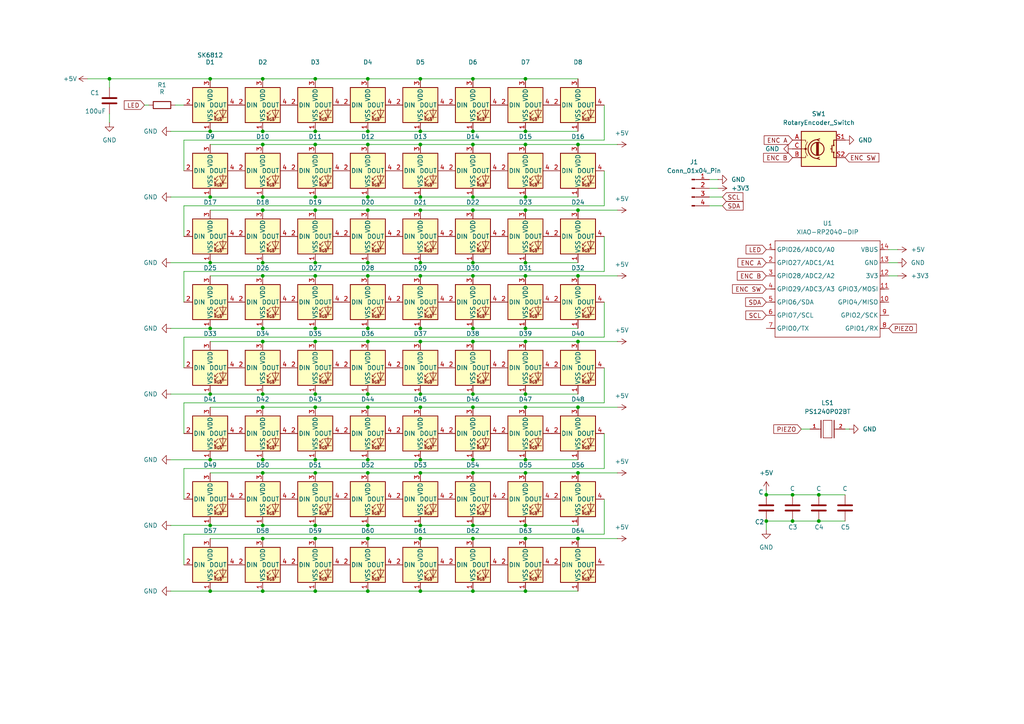
<source format=kicad_sch>
(kicad_sch (version 20231120) (generator "eeschema") (generator_version "8.0")
  (paper "A4")
  (title_block (title "PixelDust") (date "2025-06-20") (company "Hack Club") (comment 1 "Dhyan"))
  (junction (at 106.68 80.01))
  (junction (at 76.2 152.4))
  (junction (at 76.2 38.1))
  (junction (at 106.68 22.86))
  (junction (at 237.49 151.13))
  (junction (at 121.92 133.35))
  (junction (at 91.44 57.15))
  (junction (at 222.25 143.51))
  (junction (at 106.68 114.3))
  (junction (at 91.44 99.06))
  (junction (at 137.16 38.1))
  (junction (at 76.2 156.21))
  (junction (at 152.4 60.96))
  (junction (at 121.92 137.16))
  (junction (at 91.44 38.1))
  (junction (at 76.2 60.96))
  (junction (at 106.68 118.11))
  (junction (at 137.16 114.3))
  (junction (at 137.16 41.91))
  (junction (at 76.2 57.15))
  (junction (at 121.92 57.15))
  (junction (at 76.2 171.45))
  (junction (at 152.4 22.86))
  (junction (at 167.64 41.91))
  (junction (at 152.4 99.06))
  (junction (at 76.2 80.01))
  (junction (at 152.4 133.35))
  (junction (at 91.44 60.96))
  (junction (at 60.96 171.45))
  (junction (at 121.92 114.3))
  (junction (at 106.68 171.45))
  (junction (at 76.2 118.11))
  (junction (at 60.96 152.4))
  (junction (at 167.64 118.11))
  (junction (at 106.68 76.2))
  (junction (at 152.4 57.15))
  (junction (at 91.44 171.45))
  (junction (at 91.44 114.3))
  (junction (at 167.64 156.21))
  (junction (at 91.44 152.4))
  (junction (at 167.64 99.06))
  (junction (at 91.44 22.86))
  (junction (at 121.92 99.06))
  (junction (at 137.16 118.11))
  (junction (at 76.2 137.16))
  (junction (at 76.2 99.06))
  (junction (at 121.92 38.1))
  (junction (at 76.2 95.25))
  (junction (at 60.96 57.15))
  (junction (at 152.4 76.2))
  (junction (at 152.4 137.16))
  (junction (at 91.44 76.2))
  (junction (at 106.68 152.4))
  (junction (at 91.44 118.11))
  (junction (at 106.68 57.15))
  (junction (at 106.68 137.16))
  (junction (at 152.4 38.1))
  (junction (at 76.2 76.2))
  (junction (at 60.96 114.3))
  (junction (at 137.16 95.25))
  (junction (at 106.68 99.06))
  (junction (at 167.64 80.01))
  (junction (at 76.2 22.86))
  (junction (at 137.16 80.01))
  (junction (at 121.92 171.45))
  (junction (at 106.68 95.25))
  (junction (at 106.68 156.21))
  (junction (at 106.68 38.1))
  (junction (at 121.92 118.11))
  (junction (at 152.4 118.11))
  (junction (at 60.96 133.35))
  (junction (at 137.16 60.96))
  (junction (at 91.44 156.21))
  (junction (at 229.87 143.51))
  (junction (at 121.92 41.91))
  (junction (at 60.96 95.25))
  (junction (at 121.92 152.4))
  (junction (at 106.68 60.96))
  (junction (at 76.2 133.35))
  (junction (at 152.4 80.01))
  (junction (at 137.16 133.35))
  (junction (at 237.49 143.51))
  (junction (at 121.92 22.86))
  (junction (at 137.16 156.21))
  (junction (at 60.96 38.1))
  (junction (at 222.25 151.13))
  (junction (at 106.68 133.35))
  (junction (at 152.4 114.3))
  (junction (at 91.44 133.35))
  (junction (at 167.64 60.96))
  (junction (at 31.75 22.86))
  (junction (at 152.4 156.21))
  (junction (at 137.16 22.86))
  (junction (at 152.4 95.25))
  (junction (at 91.44 95.25))
  (junction (at 152.4 41.91))
  (junction (at 121.92 80.01))
  (junction (at 137.16 99.06))
  (junction (at 137.16 137.16))
  (junction (at 121.92 95.25))
  (junction (at 91.44 80.01))
  (junction (at 121.92 156.21))
  (junction (at 121.92 76.2))
  (junction (at 137.16 152.4))
  (junction (at 229.87 151.13))
  (junction (at 167.64 137.16))
  (junction (at 152.4 171.45))
  (junction (at 137.16 171.45))
  (junction (at 60.96 76.2))
  (junction (at 137.16 57.15))
  (junction (at 137.16 76.2))
  (junction (at 121.92 60.96))
  (junction (at 152.4 152.4))
  (junction (at 91.44 41.91))
  (junction (at 91.44 137.16))
  (junction (at 76.2 41.91))
  (junction (at 60.96 22.86))
  (junction (at 106.68 41.91))
  (junction (at 76.2 114.3))
  (wire (pts (xy 222.25 151.13) (xy 229.87 151.13)))
  (wire (pts (xy 121.92 156.21) (xy 137.16 156.21)))
  (wire (pts (xy 53.34 40.64) (xy 53.34 49.53)))
  (wire (pts (xy 60.96 133.35) (xy 76.2 133.35)))
  (wire (pts (xy 60.96 22.86) (xy 76.2 22.86)))
  (wire (pts (xy 152.4 95.25) (xy 167.64 95.25)))
  (wire (pts (xy 208.28 52.07) (xy 205.74 52.07)))
  (wire (pts (xy 106.68 57.15) (xy 121.92 57.15)))
  (wire (pts (xy 76.2 76.2) (xy 91.44 76.2)))
  (wire (pts (xy 91.44 171.45) (xy 106.68 171.45)))
  (wire (pts (xy 222.25 153.67) (xy 222.25 151.13)))
  (wire (pts (xy 91.44 152.4) (xy 106.68 152.4)))
  (wire (pts (xy 167.64 80.01) (xy 179.07 80.01)))
  (wire (pts (xy 152.4 152.4) (xy 167.64 152.4)))
  (wire (pts (xy 76.2 137.16) (xy 60.96 137.16)))
  (wire (pts (xy 175.26 144.78) (xy 175.26 154.94)))
  (wire (pts (xy 76.2 22.86) (xy 91.44 22.86)))
  (wire (pts (xy 175.26 97.79) (xy 53.34 97.79)))
  (wire (pts (xy 152.4 38.1) (xy 167.64 38.1)))
  (wire (pts (xy 167.64 156.21) (xy 179.07 156.21)))
  (wire (pts (xy 49.53 95.25) (xy 60.96 95.25)))
  (wire (pts (xy 31.75 35.56) (xy 31.75 33.02)))
  (wire (pts (xy 91.44 76.2) (xy 106.68 76.2)))
  (wire (pts (xy 49.53 171.45) (xy 60.96 171.45)))
  (wire (pts (xy 179.07 41.91) (xy 167.64 41.91)))
  (wire (pts (xy 76.2 152.4) (xy 91.44 152.4)))
  (wire (pts (xy 60.96 41.91) (xy 76.2 41.91)))
  (wire (pts (xy 60.96 80.01) (xy 76.2 80.01)))
  (wire (pts (xy 246.38 124.46) (xy 245.11 124.46)))
  (wire (pts (xy 175.26 30.48) (xy 175.26 40.64)))
  (wire (pts (xy 167.64 118.11) (xy 179.07 118.11)))
  (wire (pts (xy 175.26 87.63) (xy 175.26 97.79)))
  (wire (pts (xy 167.64 99.06) (xy 179.07 99.06)))
  (wire (pts (xy 152.4 171.45) (xy 167.64 171.45)))
  (wire (pts (xy 91.44 22.86) (xy 106.68 22.86)))
  (wire (pts (xy 25.4 22.86) (xy 31.75 22.86)))
  (wire (pts (xy 49.53 133.35) (xy 60.96 133.35)))
  (wire (pts (xy 41.91 30.48) (xy 43.18 30.48)))
  (wire (pts (xy 152.4 41.91) (xy 167.64 41.91)))
  (wire (pts (xy 106.68 22.86) (xy 121.92 22.86)))
  (wire (pts (xy 121.92 76.2) (xy 137.16 76.2)))
  (wire (pts (xy 91.44 133.35) (xy 106.68 133.35)))
  (wire (pts (xy 60.96 171.45) (xy 76.2 171.45)))
  (wire (pts (xy 137.16 57.15) (xy 152.4 57.15)))
  (wire (pts (xy 137.16 41.91) (xy 152.4 41.91)))
  (wire (pts (xy 121.92 38.1) (xy 137.16 38.1)))
  (wire (pts (xy 152.4 137.16) (xy 137.16 137.16)))
  (wire (pts (xy 175.26 78.74) (xy 53.34 78.74)))
  (wire (pts (xy 152.4 57.15) (xy 167.64 57.15)))
  (wire (pts (xy 49.53 114.3) (xy 60.96 114.3)))
  (wire (pts (xy 152.4 114.3) (xy 167.64 114.3)))
  (wire (pts (xy 91.44 156.21) (xy 106.68 156.21)))
  (wire (pts (xy 121.92 60.96) (xy 137.16 60.96)))
  (wire (pts (xy 60.96 57.15) (xy 76.2 57.15)))
  (wire (pts (xy 175.26 59.69) (xy 53.34 59.69)))
  (wire (pts (xy 91.44 80.01) (xy 106.68 80.01)))
  (wire (pts (xy 76.2 114.3) (xy 91.44 114.3)))
  (wire (pts (xy 167.64 60.96) (xy 179.07 60.96)))
  (wire (pts (xy 208.28 54.61) (xy 205.74 54.61)))
  (wire (pts (xy 76.2 41.91) (xy 91.44 41.91)))
  (wire (pts (xy 49.53 152.4) (xy 60.96 152.4)))
  (wire (pts (xy 53.34 78.74) (xy 53.34 87.63)))
  (wire (pts (xy 106.68 114.3) (xy 121.92 114.3)))
  (wire (pts (xy 179.07 137.16) (xy 167.64 137.16)))
  (wire (pts (xy 137.16 95.25) (xy 152.4 95.25)))
  (wire (pts (xy 152.4 76.2) (xy 167.64 76.2)))
  (wire (pts (xy 53.34 40.64) (xy 175.26 40.64)))
  (wire (pts (xy 91.44 114.3) (xy 106.68 114.3)))
  (wire (pts (xy 175.26 154.94) (xy 53.34 154.94)))
  (wire (pts (xy 137.16 118.11) (xy 152.4 118.11)))
  (wire (pts (xy 175.26 68.58) (xy 175.26 78.74)))
  (wire (pts (xy 91.44 60.96) (xy 106.68 60.96)))
  (wire (pts (xy 60.96 95.25) (xy 76.2 95.25)))
  (wire (pts (xy 106.68 60.96) (xy 121.92 60.96)))
  (wire (pts (xy 121.92 133.35) (xy 137.16 133.35)))
  (wire (pts (xy 53.34 59.69) (xy 53.34 68.58)))
  (wire (pts (xy 49.53 57.15) (xy 60.96 57.15)))
  (wire (pts (xy 137.16 60.96) (xy 152.4 60.96)))
  (wire (pts (xy 137.16 152.4) (xy 152.4 152.4)))
  (wire (pts (xy 106.68 137.16) (xy 91.44 137.16)))
  (wire (pts (xy 121.92 99.06) (xy 137.16 99.06)))
  (wire (pts (xy 260.35 80.01) (xy 257.81 80.01)))
  (wire (pts (xy 175.26 116.84) (xy 53.34 116.84)))
  (wire (pts (xy 121.92 152.4) (xy 137.16 152.4)))
  (wire (pts (xy 152.4 60.96) (xy 167.64 60.96)))
  (wire (pts (xy 121.92 137.16) (xy 106.68 137.16)))
  (wire (pts (xy 91.44 99.06) (xy 106.68 99.06)))
  (wire (pts (xy 60.96 38.1) (xy 76.2 38.1)))
  (wire (pts (xy 76.2 133.35) (xy 91.44 133.35)))
  (wire (pts (xy 106.68 118.11) (xy 121.92 118.11)))
  (wire (pts (xy 60.96 114.3) (xy 76.2 114.3)))
  (wire (pts (xy 91.44 41.91) (xy 106.68 41.91)))
  (wire (pts (xy 76.2 99.06) (xy 91.44 99.06)))
  (wire (pts (xy 121.92 118.11) (xy 137.16 118.11)))
  (wire (pts (xy 152.4 99.06) (xy 167.64 99.06)))
  (wire (pts (xy 76.2 60.96) (xy 91.44 60.96)))
  (wire (pts (xy 106.68 76.2) (xy 121.92 76.2)))
  (wire (pts (xy 106.68 171.45) (xy 121.92 171.45)))
  (wire (pts (xy 121.92 80.01) (xy 137.16 80.01)))
  (wire (pts (xy 106.68 156.21) (xy 121.92 156.21)))
  (wire (pts (xy 49.53 76.2) (xy 60.96 76.2)))
  (wire (pts (xy 76.2 156.21) (xy 91.44 156.21)))
  (wire (pts (xy 121.92 95.25) (xy 137.16 95.25)))
  (wire (pts (xy 137.16 80.01) (xy 152.4 80.01)))
  (wire (pts (xy 106.68 41.91) (xy 121.92 41.91)))
  (wire (pts (xy 60.96 99.06) (xy 76.2 99.06)))
  (wire (pts (xy 106.68 99.06) (xy 121.92 99.06)))
  (wire (pts (xy 76.2 57.15) (xy 91.44 57.15)))
  (wire (pts (xy 175.26 125.73) (xy 175.26 135.89)))
  (wire (pts (xy 106.68 80.01) (xy 121.92 80.01)))
  (wire (pts (xy 137.16 22.86) (xy 152.4 22.86)))
  (wire (pts (xy 222.25 143.51) (xy 229.87 143.51)))
  (wire (pts (xy 137.16 171.45) (xy 152.4 171.45)))
  (wire (pts (xy 60.96 118.11) (xy 76.2 118.11)))
  (wire (pts (xy 121.92 57.15) (xy 137.16 57.15)))
  (wire (pts (xy 60.96 156.21) (xy 76.2 156.21)))
  (wire (pts (xy 137.16 133.35) (xy 152.4 133.35)))
  (wire (pts (xy 60.96 60.96) (xy 76.2 60.96)))
  (wire (pts (xy 137.16 99.06) (xy 152.4 99.06)))
  (wire (pts (xy 91.44 38.1) (xy 106.68 38.1)))
  (wire (pts (xy 53.34 154.94) (xy 53.34 163.83)))
  (wire (pts (xy 260.35 72.39) (xy 257.81 72.39)))
  (wire (pts (xy 76.2 118.11) (xy 91.44 118.11)))
  (wire (pts (xy 91.44 57.15) (xy 106.68 57.15)))
  (wire (pts (xy 152.4 22.86) (xy 167.64 22.86)))
  (wire (pts (xy 53.34 135.89) (xy 175.26 135.89)))
  (wire (pts (xy 31.75 25.4) (xy 31.75 22.86)))
  (wire (pts (xy 209.55 59.69) (xy 205.74 59.69)))
  (wire (pts (xy 121.92 22.86) (xy 137.16 22.86)))
  (wire (pts (xy 152.4 156.21) (xy 167.64 156.21)))
  (wire (pts (xy 137.16 38.1) (xy 152.4 38.1)))
  (wire (pts (xy 106.68 95.25) (xy 121.92 95.25)))
  (wire (pts (xy 152.4 118.11) (xy 167.64 118.11)))
  (wire (pts (xy 60.96 152.4) (xy 76.2 152.4)))
  (wire (pts (xy 229.87 143.51) (xy 237.49 143.51)))
  (wire (pts (xy 175.26 49.53) (xy 175.26 59.69)))
  (wire (pts (xy 175.26 106.68) (xy 175.26 116.84)))
  (wire (pts (xy 50.8 30.48) (xy 53.34 30.48)))
  (wire (pts (xy 76.2 171.45) (xy 91.44 171.45)))
  (wire (pts (xy 237.49 151.13) (xy 245.11 151.13)))
  (wire (pts (xy 222.25 142.24) (xy 222.25 143.51)))
  (wire (pts (xy 106.68 152.4) (xy 121.92 152.4)))
  (wire (pts (xy 76.2 95.25) (xy 91.44 95.25)))
  (wire (pts (xy 229.87 151.13) (xy 237.49 151.13)))
  (wire (pts (xy 53.34 116.84) (xy 53.34 125.73)))
  (wire (pts (xy 91.44 118.11) (xy 106.68 118.11)))
  (wire (pts (xy 53.34 97.79) (xy 53.34 106.68)))
  (wire (pts (xy 137.16 156.21) (xy 152.4 156.21)))
  (wire (pts (xy 137.16 114.3) (xy 152.4 114.3)))
  (wire (pts (xy 49.53 38.1) (xy 60.96 38.1)))
  (wire (pts (xy 209.55 57.15) (xy 205.74 57.15)))
  (wire (pts (xy 91.44 137.16) (xy 76.2 137.16)))
  (wire (pts (xy 76.2 38.1) (xy 91.44 38.1)))
  (wire (pts (xy 106.68 38.1) (xy 121.92 38.1)))
  (wire (pts (xy 167.64 137.16) (xy 152.4 137.16)))
  (wire (pts (xy 53.34 135.89) (xy 53.34 144.78)))
  (wire (pts (xy 121.92 171.45) (xy 137.16 171.45)))
  (wire (pts (xy 60.96 76.2) (xy 76.2 76.2)))
  (wire (pts (xy 137.16 137.16) (xy 121.92 137.16)))
  (wire (pts (xy 237.49 143.51) (xy 245.11 143.51)))
  (wire (pts (xy 91.44 95.25) (xy 106.68 95.25)))
  (wire (pts (xy 232.41 124.46) (xy 234.95 124.46)))
  (wire (pts (xy 152.4 80.01) (xy 167.64 80.01)))
  (wire (pts (xy 31.75 22.86) (xy 60.96 22.86)))
  (wire (pts (xy 106.68 133.35) (xy 121.92 133.35)))
  (wire (pts (xy 121.92 41.91) (xy 137.16 41.91)))
  (wire (pts (xy 152.4 133.35) (xy 167.64 133.35)))
  (wire (pts (xy 76.2 80.01) (xy 91.44 80.01)))
  (wire (pts (xy 137.16 76.2) (xy 152.4 76.2)))
  (wire (pts (xy 121.92 114.3) (xy 137.16 114.3)))
  (wire (pts (xy 260.35 76.2) (xy 257.81 76.2)))
  (global_label "ENC A" (shape input) (at 229.87 40.64 180) (property "Intersheetrefs" "${INTERSHEET_REFS}" (effects (hide yes))))
  (global_label "ENC SW" (shape input) (at 222.25 83.82 180) (property "Intersheetrefs" "${INTERSHEET_REFS}" (effects (hide yes))))
  (global_label "ENC A" (shape input) (at 222.25 76.2 180) (property "Intersheetrefs" "${INTERSHEET_REFS}" (effects (hide yes))))
  (global_label "ENC B" (shape input) (at 222.25 80.01 180) (property "Intersheetrefs" "${INTERSHEET_REFS}" (effects (hide yes))))
  (global_label "PIEZO" (shape input) (at 232.41 124.46 180) (property "Intersheetrefs" "${INTERSHEET_REFS}" (effects (hide yes))))
  (global_label "SCL" (shape input) (at 209.55 57.15 0) (property "Intersheetrefs" "${INTERSHEET_REFS}" (effects (hide yes))))
  (global_label "ENC SW" (shape input) (at 245.11 45.72 0) (property "Intersheetrefs" "${INTERSHEET_REFS}" (effects (hide yes))))
  (global_label "ENC B" (shape input) (at 229.87 45.72 180) (property "Intersheetrefs" "${INTERSHEET_REFS}" (effects (hide yes))))
  (global_label "PIEZO" (shape input) (at 257.81 95.25 0) (property "Intersheetrefs" "${INTERSHEET_REFS}" (effects (hide yes))))
  (global_label "SCL" (shape input) (at 222.25 91.44 180) (property "Intersheetrefs" "${INTERSHEET_REFS}" (effects (hide yes))))
  (global_label "LED" (shape input) (at 41.91 30.48 180) (property "Intersheetrefs" "${INTERSHEET_REFS}" (effects (hide yes))))
  (global_label "SDA" (shape input) (at 222.25 87.63 180) (property "Intersheetrefs" "${INTERSHEET_REFS}" (effects (hide yes))))
  (global_label "SDA" (shape input) (at 209.55 59.69 0) (property "Intersheetrefs" "${INTERSHEET_REFS}" (effects (hide yes))))
  (global_label "LED" (shape input) (at 222.25 72.39 180) (property "Intersheetrefs" "${INTERSHEET_REFS}" (effects (hide yes))))
  (symbol (lib_id "LED:SK6812") (at 60.96 87.63 0) (unit 1)
    (property "Reference" "D25" (at 60.96 77.724 0))
    (property "Value" "SK6812" (effects (hide yes)))
    (property "Footprint" "LED_SMD:LED_SK6812_PLCC4_5.0x5.0mm_P3.2mm" (effects (hide yes)))
    (property "Datasheet" "https://cdn-shop.adafruit.com/product-files/1138/SK6812+LED+datasheet+.pdf" (effects (hide yes)))
    (property "Description" "RGB LED with integrated controller" (effects (hide yes)))
  )
  (symbol (lib_id "LED:SK6812") (at 106.68 30.48 0) (unit 1)
    (property "Reference" "D4" (at 106.68 18.034 0))
    (property "Value" "SK6812" (effects (hide yes)))
    (property "Footprint" "LED_SMD:LED_SK6812_PLCC4_5.0x5.0mm_P3.2mm" (effects (hide yes)))
    (property "Datasheet" "https://cdn-shop.adafruit.com/product-files/1138/SK6812+LED+datasheet+.pdf" (effects (hide yes)))
    (property "Description" "RGB LED with integrated controller" (effects (hide yes)))
  )
  (symbol (lib_id "LED:SK6812") (at 137.16 106.68 0) (unit 1)
    (property "Reference" "D38" (at 137.16 96.774 0))
    (property "Value" "SK6812" (effects (hide yes)))
    (property "Footprint" "LED_SMD:LED_SK6812_PLCC4_5.0x5.0mm_P3.2mm" (effects (hide yes)))
    (property "Datasheet" "https://cdn-shop.adafruit.com/product-files/1138/SK6812+LED+datasheet+.pdf" (effects (hide yes)))
    (property "Description" "RGB LED with integrated controller" (effects (hide yes)))
  )
  (symbol (lib_id "LED:SK6812") (at 152.4 163.83 0) (unit 1)
    (property "Reference" "D63" (at 152.4 153.924 0))
    (property "Value" "SK6812" (effects (hide yes)))
    (property "Footprint" "LED_SMD:LED_SK6812_PLCC4_5.0x5.0mm_P3.2mm" (effects (hide yes)))
    (property "Datasheet" "https://cdn-shop.adafruit.com/product-files/1138/SK6812+LED+datasheet+.pdf" (effects (hide yes)))
    (property "Description" "RGB LED with integrated controller" (effects (hide yes)))
  )
  (symbol (lib_id "power:+5V") (at 25.4 22.86 90) (unit 1)
    (property "Reference" "#PWR07" (effects (hide yes)))
    (property "Value" "+5V" (at 20.32 22.86 90))
    (property "Description" "Power symbol creates a global label with name \"+5V\"" (effects (hide yes)))
  )
  (symbol (lib_id "LED:SK6812") (at 106.68 125.73 0) (unit 1)
    (property "Reference" "D44" (at 106.68 115.824 0))
    (property "Value" "SK6812" (effects (hide yes)))
    (property "Footprint" "LED_SMD:LED_SK6812_PLCC4_5.0x5.0mm_P3.2mm" (effects (hide yes)))
    (property "Datasheet" "https://cdn-shop.adafruit.com/product-files/1138/SK6812+LED+datasheet+.pdf" (effects (hide yes)))
    (property "Description" "RGB LED with integrated controller" (effects (hide yes)))
  )
  (symbol (lib_id "LED:SK6812") (at 121.92 163.83 0) (unit 1)
    (property "Reference" "D61" (at 121.92 153.924 0))
    (property "Value" "SK6812" (effects (hide yes)))
    (property "Footprint" "LED_SMD:LED_SK6812_PLCC4_5.0x5.0mm_P3.2mm" (effects (hide yes)))
    (property "Datasheet" "https://cdn-shop.adafruit.com/product-files/1138/SK6812+LED+datasheet+.pdf" (effects (hide yes)))
    (property "Description" "RGB LED with integrated controller" (effects (hide yes)))
  )
  (symbol (lib_id "LED:SK6812") (at 91.44 30.48 0) (unit 1)
    (property "Reference" "D3" (at 91.44 18.034 0))
    (property "Value" "SK6812" (effects (hide yes)))
    (property "Footprint" "LED_SMD:LED_SK6812_PLCC4_5.0x5.0mm_P3.2mm" (effects (hide yes)))
    (property "Datasheet" "https://cdn-shop.adafruit.com/product-files/1138/SK6812+LED+datasheet+.pdf" (effects (hide yes)))
    (property "Description" "RGB LED with integrated controller" (effects (hide yes)))
  )
  (symbol (lib_id "power:GND") (at 49.53 57.15 270) (unit 1)
    (property "Reference" "#PWR017" (effects (hide yes)))
    (property "Value" "GND" (at 45.72 57.1499 90) (effects (justify right)))
    (property "Description" "Power symbol creates a global label with name \"GND\" , ground" (effects (hide yes)))
  )
  (symbol (lib_id "LED:SK6812") (at 167.64 125.73 0) (unit 1)
    (property "Reference" "D48" (at 167.64 115.824 0))
    (property "Value" "SK6812" (effects (hide yes)))
    (property "Footprint" "LED_SMD:LED_SK6812_PLCC4_5.0x5.0mm_P3.2mm" (effects (hide yes)))
    (property "Datasheet" "https://cdn-shop.adafruit.com/product-files/1138/SK6812+LED+datasheet+.pdf" (effects (hide yes)))
    (property "Description" "RGB LED with integrated controller" (effects (hide yes)))
  )
  (symbol (lib_id "power:+5V") (at 179.07 41.91 270) (unit 1)
    (property "Reference" "#PWR011" (effects (hide yes)))
    (property "Value" "+5V" (at 180.34 38.608 90))
    (property "Description" "Power symbol creates a global label with name \"+5V\"" (effects (hide yes)))
  )
  (symbol (lib_id "power:GND") (at 49.53 114.3 270) (unit 1)
    (property "Reference" "#PWR020" (effects (hide yes)))
    (property "Value" "GND" (at 45.72 114.2999 90) (effects (justify right)))
    (property "Description" "Power symbol creates a global label with name \"GND\" , ground" (effects (hide yes)))
  )
  (symbol (lib_id "power:GND") (at 260.35 76.2 90) (unit 1)
    (property "Reference" "#PWR02" (effects (hide yes)))
    (property "Value" "GND" (at 264.16 76.1999 90) (effects (justify right)))
    (property "Description" "Power symbol creates a global label with name \"GND\" , ground" (effects (hide yes)))
  )
  (symbol (lib_id "LED:SK6812") (at 76.2 106.68 0) (unit 1)
    (property "Reference" "D34" (at 76.2 96.774 0))
    (property "Value" "SK6812" (effects (hide yes)))
    (property "Footprint" "LED_SMD:LED_SK6812_PLCC4_5.0x5.0mm_P3.2mm" (effects (hide yes)))
    (property "Datasheet" "https://cdn-shop.adafruit.com/product-files/1138/SK6812+LED+datasheet+.pdf" (effects (hide yes)))
    (property "Description" "RGB LED with integrated controller" (effects (hide yes)))
  )
  (symbol (lib_id "power:GND") (at 246.38 124.46 90) (unit 1)
    (property "Reference" "#PWR04" (effects (hide yes)))
    (property "Value" "GND" (at 250.19 124.4599 90) (effects (justify right)))
    (property "Description" "Power symbol creates a global label with name \"GND\" , ground" (effects (hide yes)))
  )
  (symbol (lib_id "LED:SK6812") (at 91.44 125.73 0) (unit 1)
    (property "Reference" "D43" (at 91.44 115.824 0))
    (property "Value" "SK6812" (effects (hide yes)))
    (property "Footprint" "LED_SMD:LED_SK6812_PLCC4_5.0x5.0mm_P3.2mm" (effects (hide yes)))
    (property "Datasheet" "https://cdn-shop.adafruit.com/product-files/1138/SK6812+LED+datasheet+.pdf" (effects (hide yes)))
    (property "Description" "RGB LED with integrated controller" (effects (hide yes)))
  )
  (symbol (lib_id "LED:SK6812") (at 76.2 49.53 0) (unit 1)
    (property "Reference" "D10" (at 76.2 39.624 0))
    (property "Value" "SK6812" (effects (hide yes)))
    (property "Footprint" "LED_SMD:LED_SK6812_PLCC4_5.0x5.0mm_P3.2mm" (effects (hide yes)))
    (property "Datasheet" "https://cdn-shop.adafruit.com/product-files/1138/SK6812+LED+datasheet+.pdf" (effects (hide yes)))
    (property "Description" "RGB LED with integrated controller" (effects (hide yes)))
  )
  (symbol (lib_id "LED:SK6812") (at 167.64 68.58 0) (unit 1)
    (property "Reference" "D24" (at 167.64 58.674 0))
    (property "Value" "SK6812" (effects (hide yes)))
    (property "Footprint" "LED_SMD:LED_SK6812_PLCC4_5.0x5.0mm_P3.2mm" (effects (hide yes)))
    (property "Datasheet" "https://cdn-shop.adafruit.com/product-files/1138/SK6812+LED+datasheet+.pdf" (effects (hide yes)))
    (property "Description" "RGB LED with integrated controller" (effects (hide yes)))
  )
  (symbol (lib_id "LED:SK6812") (at 106.68 87.63 0) (unit 1)
    (property "Reference" "D28" (at 106.68 77.724 0))
    (property "Value" "SK6812" (effects (hide yes)))
    (property "Footprint" "LED_SMD:LED_SK6812_PLCC4_5.0x5.0mm_P3.2mm" (effects (hide yes)))
    (property "Datasheet" "https://cdn-shop.adafruit.com/product-files/1138/SK6812+LED+datasheet+.pdf" (effects (hide yes)))
    (property "Description" "RGB LED with integrated controller" (effects (hide yes)))
  )
  (symbol (lib_id "LED:SK6812") (at 121.92 125.73 0) (unit 1)
    (property "Reference" "D45" (at 121.92 115.824 0))
    (property "Value" "SK6812" (effects (hide yes)))
    (property "Footprint" "LED_SMD:LED_SK6812_PLCC4_5.0x5.0mm_P3.2mm" (effects (hide yes)))
    (property "Datasheet" "https://cdn-shop.adafruit.com/product-files/1138/SK6812+LED+datasheet+.pdf" (effects (hide yes)))
    (property "Description" "RGB LED with integrated controller" (effects (hide yes)))
  )
  (symbol (lib_id "LED:SK6812") (at 60.96 68.58 0) (unit 1)
    (property "Reference" "D17" (at 60.96 58.674 0))
    (property "Value" "SK6812" (effects (hide yes)))
    (property "Footprint" "LED_SMD:LED_SK6812_PLCC4_5.0x5.0mm_P3.2mm" (effects (hide yes)))
    (property "Datasheet" "https://cdn-shop.adafruit.com/product-files/1138/SK6812+LED+datasheet+.pdf" (effects (hide yes)))
    (property "Description" "RGB LED with integrated controller" (effects (hide yes)))
  )
  (symbol (lib_id "Device:C") (at 229.87 147.32 0) (unit 1)
    (property "Reference" "C3" (at 228.6 152.908 0) (effects (justify left)))
    (property "Value" "C" (at 229.108 141.732 0) (effects (justify left)))
    (property "Footprint" "Capacitor_THT:CP_Radial_D8.0mm_P5.00mm" (effects (hide yes)))
    (property "Description" "Unpolarized capacitor" (effects (hide yes)))
  )
  (symbol (lib_id "LED:SK6812") (at 60.96 144.78 0) (unit 1)
    (property "Reference" "D49" (at 60.96 134.874 0))
    (property "Value" "SK6812" (effects (hide yes)))
    (property "Footprint" "LED_SMD:LED_SK6812_PLCC4_5.0x5.0mm_P3.2mm" (effects (hide yes)))
    (property "Datasheet" "https://cdn-shop.adafruit.com/product-files/1138/SK6812+LED+datasheet+.pdf" (effects (hide yes)))
    (property "Description" "RGB LED with integrated controller" (effects (hide yes)))
  )
  (symbol (lib_id "LED:SK6812") (at 91.44 144.78 0) (unit 1)
    (property "Reference" "D51" (at 91.44 134.874 0))
    (property "Value" "SK6812" (effects (hide yes)))
    (property "Footprint" "LED_SMD:LED_SK6812_PLCC4_5.0x5.0mm_P3.2mm" (effects (hide yes)))
    (property "Datasheet" "https://cdn-shop.adafruit.com/product-files/1138/SK6812+LED+datasheet+.pdf" (effects (hide yes)))
    (property "Description" "RGB LED with integrated controller" (effects (hide yes)))
  )
  (symbol (lib_id "Device:C") (at 237.49 147.32 0) (unit 1)
    (property "Reference" "C4" (at 236.22 152.908 0) (effects (justify left)))
    (property "Value" "C" (at 236.728 141.732 0) (effects (justify left)))
    (property "Footprint" "Capacitor_THT:CP_Radial_D8.0mm_P5.00mm" (effects (hide yes)))
    (property "Description" "Unpolarized capacitor" (effects (hide yes)))
  )
  (symbol (lib_id "power:+5V") (at 260.35 72.39 270) (unit 1)
    (property "Reference" "#PWR01" (effects (hide yes)))
    (property "Value" "+5V" (at 264.16 72.3899 90) (effects (justify left)))
    (property "Description" "Power symbol creates a global label with name \"+5V\"" (effects (hide yes)))
  )
  (symbol (lib_id "LED:SK6812") (at 167.64 163.83 0) (unit 1)
    (property "Reference" "D64" (at 167.64 153.924 0))
    (property "Value" "SK6812" (effects (hide yes)))
    (property "Footprint" "LED_SMD:LED_SK6812_PLCC4_5.0x5.0mm_P3.2mm" (effects (hide yes)))
    (property "Datasheet" "https://cdn-shop.adafruit.com/product-files/1138/SK6812+LED+datasheet+.pdf" (effects (hide yes)))
    (property "Description" "RGB LED with integrated controller" (effects (hide yes)))
  )
  (symbol (lib_id "LED:SK6812") (at 60.96 163.83 0) (unit 1)
    (property "Reference" "D57" (at 60.96 153.924 0))
    (property "Value" "SK6812" (effects (hide yes)))
    (property "Footprint" "LED_SMD:LED_SK6812_PLCC4_5.0x5.0mm_P3.2mm" (effects (hide yes)))
    (property "Datasheet" "https://cdn-shop.adafruit.com/product-files/1138/SK6812+LED+datasheet+.pdf" (effects (hide yes)))
    (property "Description" "RGB LED with integrated controller" (effects (hide yes)))
  )
  (symbol (lib_id "power:+5V") (at 179.07 80.01 270) (unit 1)
    (property "Reference" "#PWR013" (effects (hide yes)))
    (property "Value" "+5V" (at 180.34 76.708 90))
    (property "Description" "Power symbol creates a global label with name \"+5V\"" (effects (hide yes)))
  )
  (symbol (lib_id "LED:SK6812") (at 76.2 125.73 0) (unit 1)
    (property "Reference" "D42" (at 76.2 115.824 0))
    (property "Value" "SK6812" (effects (hide yes)))
    (property "Footprint" "LED_SMD:LED_SK6812_PLCC4_5.0x5.0mm_P3.2mm" (effects (hide yes)))
    (property "Datasheet" "https://cdn-shop.adafruit.com/product-files/1138/SK6812+LED+datasheet+.pdf" (effects (hide yes)))
    (property "Description" "RGB LED with integrated controller" (effects (hide yes)))
  )
  (symbol (lib_id "LED:SK6812") (at 121.92 106.68 0) (unit 1)
    (property "Reference" "D37" (at 121.92 96.774 0))
    (property "Value" "SK6812" (effects (hide yes)))
    (property "Footprint" "LED_SMD:LED_SK6812_PLCC4_5.0x5.0mm_P3.2mm" (effects (hide yes)))
    (property "Datasheet" "https://cdn-shop.adafruit.com/product-files/1138/SK6812+LED+datasheet+.pdf" (effects (hide yes)))
    (property "Description" "RGB LED with integrated controller" (effects (hide yes)))
  )
  (symbol (lib_id "LED:SK6812") (at 106.68 163.83 0) (unit 1)
    (property "Reference" "D60" (at 106.68 153.924 0))
    (property "Value" "SK6812" (effects (hide yes)))
    (property "Footprint" "LED_SMD:LED_SK6812_PLCC4_5.0x5.0mm_P3.2mm" (effects (hide yes)))
    (property "Datasheet" "https://cdn-shop.adafruit.com/product-files/1138/SK6812+LED+datasheet+.pdf" (effects (hide yes)))
    (property "Description" "RGB LED with integrated controller" (effects (hide yes)))
  )
  (symbol (lib_id "LED:SK6812") (at 91.44 49.53 0) (unit 1)
    (property "Reference" "D11" (at 91.44 39.624 0))
    (property "Value" "SK6812" (effects (hide yes)))
    (property "Footprint" "LED_SMD:LED_SK6812_PLCC4_5.0x5.0mm_P3.2mm" (effects (hide yes)))
    (property "Datasheet" "https://cdn-shop.adafruit.com/product-files/1138/SK6812+LED+datasheet+.pdf" (effects (hide yes)))
    (property "Description" "RGB LED with integrated controller" (effects (hide yes)))
  )
  (symbol (lib_id "LED:SK6812") (at 60.96 49.53 0) (unit 1)
    (property "Reference" "D9" (at 60.96 39.624 0))
    (property "Value" "SK6812" (effects (hide yes)))
    (property "Footprint" "LED_SMD:LED_SK6812_PLCC4_5.0x5.0mm_P3.2mm" (effects (hide yes)))
    (property "Datasheet" "https://cdn-shop.adafruit.com/product-files/1138/SK6812+LED+datasheet+.pdf" (effects (hide yes)))
    (property "Description" "RGB LED with integrated controller" (effects (hide yes)))
  )
  (symbol (lib_id "LED:SK6812") (at 91.44 106.68 0) (unit 1)
    (property "Reference" "D35" (at 91.44 96.774 0))
    (property "Value" "SK6812" (effects (hide yes)))
    (property "Footprint" "LED_SMD:LED_SK6812_PLCC4_5.0x5.0mm_P3.2mm" (effects (hide yes)))
    (property "Datasheet" "https://cdn-shop.adafruit.com/product-files/1138/SK6812+LED+datasheet+.pdf" (effects (hide yes)))
    (property "Description" "RGB LED with integrated controller" (effects (hide yes)))
  )
  (symbol (lib_id "power:+5V") (at 179.07 99.06 270) (unit 1)
    (property "Reference" "#PWR014" (effects (hide yes)))
    (property "Value" "+5V" (at 180.34 95.758 90))
    (property "Description" "Power symbol creates a global label with name \"+5V\"" (effects (hide yes)))
  )
  (symbol (lib_id "LED:SK6812") (at 121.92 144.78 0) (unit 1)
    (property "Reference" "D53" (at 121.92 134.874 0))
    (property "Value" "SK6812" (effects (hide yes)))
    (property "Footprint" "LED_SMD:LED_SK6812_PLCC4_5.0x5.0mm_P3.2mm" (effects (hide yes)))
    (property "Datasheet" "https://cdn-shop.adafruit.com/product-files/1138/SK6812+LED+datasheet+.pdf" (effects (hide yes)))
    (property "Description" "RGB LED with integrated controller" (effects (hide yes)))
  )
  (symbol (lib_id "Device:C") (at 222.25 147.32 0) (unit 1)
    (property "Reference" "C2" (at 218.948 151.384 0) (effects (justify left)))
    (property "Value" "C" (at 219.964 142.748 0) (effects (justify left)))
    (property "Footprint" "Capacitor_THT:CP_Radial_D8.0mm_P5.00mm" (effects (hide yes)))
    (property "Description" "Unpolarized capacitor" (effects (hide yes)))
  )
  (symbol (lib_id "Device:C") (at 245.11 147.32 0) (unit 1)
    (property "Reference" "C5" (at 243.84 152.908 0) (effects (justify left)))
    (property "Value" "C" (at 244.348 141.732 0) (effects (justify left)))
    (property "Footprint" "Capacitor_THT:CP_Radial_D8.0mm_P5.00mm" (effects (hide yes)))
    (property "Description" "Unpolarized capacitor" (effects (hide yes)))
  )
  (symbol (lib_id "power:+5V") (at 179.07 156.21 270) (unit 1)
    (property "Reference" "#PWR03" (effects (hide yes)))
    (property "Value" "+5V" (at 180.34 152.908 90))
    (property "Description" "Power symbol creates a global label with name \"+5V\"" (effects (hide yes)))
  )
  (symbol (lib_id "LED:SK6812") (at 137.16 30.48 0) (unit 1)
    (property "Reference" "D6" (at 137.16 18.034 0))
    (property "Value" "SK6812" (effects (hide yes)))
    (property "Footprint" "LED_SMD:LED_SK6812_PLCC4_5.0x5.0mm_P3.2mm" (effects (hide yes)))
    (property "Datasheet" "https://cdn-shop.adafruit.com/product-files/1138/SK6812+LED+datasheet+.pdf" (effects (hide yes)))
    (property "Description" "RGB LED with integrated controller" (effects (hide yes)))
  )
  (symbol (lib_id "LED:SK6812") (at 152.4 106.68 0) (unit 1)
    (property "Reference" "D39" (at 152.4 96.774 0))
    (property "Value" "SK6812" (effects (hide yes)))
    (property "Footprint" "LED_SMD:LED_SK6812_PLCC4_5.0x5.0mm_P3.2mm" (effects (hide yes)))
    (property "Datasheet" "https://cdn-shop.adafruit.com/product-files/1138/SK6812+LED+datasheet+.pdf" (effects (hide yes)))
    (property "Description" "RGB LED with integrated controller" (effects (hide yes)))
  )
  (symbol (lib_id "LED:SK6812") (at 76.2 30.48 0) (unit 1)
    (property "Reference" "D2" (at 76.2 18.034 0))
    (property "Value" "SK6812" (effects (hide yes)))
    (property "Footprint" "LED_SMD:LED_SK6812_PLCC4_5.0x5.0mm_P3.2mm" (effects (hide yes)))
    (property "Datasheet" "https://cdn-shop.adafruit.com/product-files/1138/SK6812+LED+datasheet+.pdf" (effects (hide yes)))
    (property "Description" "RGB LED with integrated controller" (effects (hide yes)))
  )
  (symbol (lib_id "LED:SK6812") (at 152.4 30.48 0) (unit 1)
    (property "Reference" "D7" (at 152.4 18.034 0))
    (property "Value" "SK6812" (effects (hide yes)))
    (property "Footprint" "LED_SMD:LED_SK6812_PLCC4_5.0x5.0mm_P3.2mm" (effects (hide yes)))
    (property "Datasheet" "https://cdn-shop.adafruit.com/product-files/1138/SK6812+LED+datasheet+.pdf" (effects (hide yes)))
    (property "Description" "RGB LED with integrated controller" (effects (hide yes)))
  )
  (symbol (lib_id "LED:SK6812") (at 91.44 163.83 0) (unit 1)
    (property "Reference" "D59" (at 91.44 153.924 0))
    (property "Value" "SK6812" (effects (hide yes)))
    (property "Footprint" "LED_SMD:LED_SK6812_PLCC4_5.0x5.0mm_P3.2mm" (effects (hide yes)))
    (property "Datasheet" "https://cdn-shop.adafruit.com/product-files/1138/SK6812+LED+datasheet+.pdf" (effects (hide yes)))
    (property "Description" "RGB LED with integrated controller" (effects (hide yes)))
  )
  (symbol (lib_id "power:+3V3") (at 208.28 54.61 270) (unit 1)
    (property "Reference" "#PWR025" (effects (hide yes)))
    (property "Value" "+3V3" (at 212.09 54.6099 90) (effects (justify left)))
    (property "Description" "Power symbol creates a global label with name \"+3V3\"" (effects (hide yes)))
  )
  (symbol (lib_id "LED:SK6812") (at 152.4 68.58 0) (unit 1)
    (property "Reference" "D23" (at 152.4 58.674 0))
    (property "Value" "SK6812" (effects (hide yes)))
    (property "Footprint" "LED_SMD:LED_SK6812_PLCC4_5.0x5.0mm_P3.2mm" (effects (hide yes)))
    (property "Datasheet" "https://cdn-shop.adafruit.com/product-files/1138/SK6812+LED+datasheet+.pdf" (effects (hide yes)))
    (property "Description" "RGB LED with integrated controller" (effects (hide yes)))
  )
  (symbol (lib_id "LED:SK6812") (at 167.64 87.63 0) (unit 1)
    (property "Reference" "D32" (at 167.64 77.724 0))
    (property "Value" "SK6812" (effects (hide yes)))
    (property "Footprint" "LED_SMD:LED_SK6812_PLCC4_5.0x5.0mm_P3.2mm" (effects (hide yes)))
    (property "Datasheet" "https://cdn-shop.adafruit.com/product-files/1138/SK6812+LED+datasheet+.pdf" (effects (hide yes)))
    (property "Description" "RGB LED with integrated controller" (effects (hide yes)))
  )
  (symbol (lib_id "power:+3V3") (at 260.35 80.01 270) (unit 1)
    (property "Reference" "#PWR026" (effects (hide yes)))
    (property "Value" "+3V3" (at 264.16 80.0099 90) (effects (justify left)))
    (property "Description" "Power symbol creates a global label with name \"+3V3\"" (effects (hide yes)))
  )
  (symbol (lib_id "power:+5V") (at 222.25 142.24 0) (unit 1)
    (property "Reference" "#PWR09" (effects (hide yes)))
    (property "Value" "+5V" (at 222.25 137.16 0))
    (property "Description" "Power symbol creates a global label with name \"+5V\"" (effects (hide yes)))
  )
  (symbol (lib_id "LED:SK6812") (at 121.92 68.58 0) (unit 1)
    (property "Reference" "D21" (at 121.92 58.674 0))
    (property "Value" "SK6812" (effects (hide yes)))
    (property "Footprint" "LED_SMD:LED_SK6812_PLCC4_5.0x5.0mm_P3.2mm" (effects (hide yes)))
    (property "Datasheet" "https://cdn-shop.adafruit.com/product-files/1138/SK6812+LED+datasheet+.pdf" (effects (hide yes)))
    (property "Description" "RGB LED with integrated controller" (effects (hide yes)))
  )
  (symbol (lib_id "LED:SK6812") (at 76.2 68.58 0) (unit 1)
    (property "Reference" "D18" (at 76.2 58.674 0))
    (property "Value" "SK6812" (effects (hide yes)))
    (property "Footprint" "LED_SMD:LED_SK6812_PLCC4_5.0x5.0mm_P3.2mm" (effects (hide yes)))
    (property "Datasheet" "https://cdn-shop.adafruit.com/product-files/1138/SK6812+LED+datasheet+.pdf" (effects (hide yes)))
    (property "Description" "RGB LED with integrated controller" (effects (hide yes)))
  )
  (symbol (lib_id "LED:SK6812") (at 137.16 144.78 0) (unit 1)
    (property "Reference" "D54" (at 137.16 134.874 0))
    (property "Value" "SK6812" (effects (hide yes)))
    (property "Footprint" "LED_SMD:LED_SK6812_PLCC4_5.0x5.0mm_P3.2mm" (effects (hide yes)))
    (property "Datasheet" "https://cdn-shop.adafruit.com/product-files/1138/SK6812+LED+datasheet+.pdf" (effects (hide yes)))
    (property "Description" "RGB LED with integrated controller" (effects (hide yes)))
  )
  (symbol (lib_id "LED:SK6812") (at 137.16 125.73 0) (unit 1)
    (property "Reference" "D46" (at 137.16 115.824 0))
    (property "Value" "SK6812" (effects (hide yes)))
    (property "Footprint" "LED_SMD:LED_SK6812_PLCC4_5.0x5.0mm_P3.2mm" (effects (hide yes)))
    (property "Datasheet" "https://cdn-shop.adafruit.com/product-files/1138/SK6812+LED+datasheet+.pdf" (effects (hide yes)))
    (property "Description" "RGB LED with integrated controller" (effects (hide yes)))
  )
  (symbol (lib_id "LED:SK6812") (at 106.68 49.53 0) (unit 1)
    (property "Reference" "D12" (at 106.68 39.624 0))
    (property "Value" "SK6812" (effects (hide yes)))
    (property "Footprint" "LED_SMD:LED_SK6812_PLCC4_5.0x5.0mm_P3.2mm" (effects (hide yes)))
    (property "Datasheet" "https://cdn-shop.adafruit.com/product-files/1138/SK6812+LED+datasheet+.pdf" (effects (hide yes)))
    (property "Description" "RGB LED with integrated controller" (effects (hide yes)))
  )
  (symbol (lib_id "LED:SK6812") (at 91.44 68.58 0) (unit 1)
    (property "Reference" "D19" (at 91.44 58.674 0))
    (property "Value" "SK6812" (effects (hide yes)))
    (property "Footprint" "LED_SMD:LED_SK6812_PLCC4_5.0x5.0mm_P3.2mm" (effects (hide yes)))
    (property "Datasheet" "https://cdn-shop.adafruit.com/product-files/1138/SK6812+LED+datasheet+.pdf" (effects (hide yes)))
    (property "Description" "RGB LED with integrated controller" (effects (hide yes)))
  )
  (symbol (lib_id "LED:SK6812") (at 152.4 49.53 0) (unit 1)
    (property "Reference" "D15" (at 152.4 39.624 0))
    (property "Value" "SK6812" (effects (hide yes)))
    (property "Footprint" "LED_SMD:LED_SK6812_PLCC4_5.0x5.0mm_P3.2mm" (effects (hide yes)))
    (property "Datasheet" "https://cdn-shop.adafruit.com/product-files/1138/SK6812+LED+datasheet+.pdf" (effects (hide yes)))
    (property "Description" "RGB LED with integrated controller" (effects (hide yes)))
  )
  (symbol (lib_id "LED:SK6812") (at 137.16 87.63 0) (unit 1)
    (property "Reference" "D30" (at 137.16 77.724 0))
    (property "Value" "SK6812" (effects (hide yes)))
    (property "Footprint" "LED_SMD:LED_SK6812_PLCC4_5.0x5.0mm_P3.2mm" (effects (hide yes)))
    (property "Datasheet" "https://cdn-shop.adafruit.com/product-files/1138/SK6812+LED+datasheet+.pdf" (effects (hide yes)))
    (property "Description" "RGB LED with integrated controller" (effects (hide yes)))
  )
  (symbol (lib_id "LED:SK6812") (at 106.68 68.58 0) (unit 1)
    (property "Reference" "D20" (at 106.68 58.674 0))
    (property "Value" "SK6812" (effects (hide yes)))
    (property "Footprint" "LED_SMD:LED_SK6812_PLCC4_5.0x5.0mm_P3.2mm" (effects (hide yes)))
    (property "Datasheet" "https://cdn-shop.adafruit.com/product-files/1138/SK6812+LED+datasheet+.pdf" (effects (hide yes)))
    (property "Description" "RGB LED with integrated controller" (effects (hide yes)))
  )
  (symbol (lib_id "LED:SK6812") (at 167.64 30.48 0) (unit 1)
    (property "Reference" "D8" (at 167.64 18.034 0))
    (property "Value" "SK6812" (effects (hide yes)))
    (property "Footprint" "LED_SMD:LED_SK6812_PLCC4_5.0x5.0mm_P3.2mm" (effects (hide yes)))
    (property "Datasheet" "https://cdn-shop.adafruit.com/product-files/1138/SK6812+LED+datasheet+.pdf" (effects (hide yes)))
    (property "Description" "RGB LED with integrated controller" (effects (hide yes)))
  )
  (symbol (lib_id "Seeed_Studio_XIAO_Series:XIAO-RP2040-DIP") (at 226.06 67.31 0) (unit 1)
    (property "Reference" "U1" (at 240.03 64.77 0))
    (property "Value" "XIAO-RP2040-DIP" (at 240.03 67.31 0))
    (property "Footprint" "Rotary_Encoder:XIAO-RP2040-DIP" (effects (hide yes)))
  )
  (symbol (lib_id "power:GND") (at 49.53 171.45 270) (unit 1)
    (property "Reference" "#PWR023" (effects (hide yes)))
    (property "Value" "GND" (at 45.72 171.4499 90) (effects (justify right)))
    (property "Description" "Power symbol creates a global label with name \"GND\" , ground" (effects (hide yes)))
  )
  (symbol (lib_id "LED:SK6812") (at 137.16 49.53 0) (unit 1)
    (property "Reference" "D14" (at 137.16 39.624 0))
    (property "Value" "SK6812" (effects (hide yes)))
    (property "Footprint" "LED_SMD:LED_SK6812_PLCC4_5.0x5.0mm_P3.2mm" (effects (hide yes)))
    (property "Datasheet" "https://cdn-shop.adafruit.com/product-files/1138/SK6812+LED+datasheet+.pdf" (effects (hide yes)))
    (property "Description" "RGB LED with integrated controller" (effects (hide yes)))
  )
  (symbol (lib_id "LED:SK6812") (at 91.44 87.63 0) (unit 1)
    (property "Reference" "D27" (at 91.44 77.724 0))
    (property "Value" "SK6812" (effects (hide yes)))
    (property "Footprint" "LED_SMD:LED_SK6812_PLCC4_5.0x5.0mm_P3.2mm" (effects (hide yes)))
    (property "Datasheet" "https://cdn-shop.adafruit.com/product-files/1138/SK6812+LED+datasheet+.pdf" (effects (hide yes)))
    (property "Description" "RGB LED with integrated controller" (effects (hide yes)))
  )
  (symbol (lib_id "PS1240P02BT:PS1240P02BT") (at 240.03 124.46 0) (unit 1)
    (property "Reference" "LS1" (at 240.03 116.84 0))
    (property "Value" "PS1240P02BT" (at 240.03 119.38 0))
    (property "Footprint" "Buzzer_Beeper:Buzzer_TDK_PS1240P02BT_D12.2mm_H6.5mm" (effects (hide yes)))
    (property "MF" "TDK Corporation" (effects (hide yes)))
    (property "MAXIMUM_PACKAGE_HEIGHT" "7.0mm" (effects (hide yes)))
    (property "PACKAGE" "SIP-5 TDK" (effects (hide yes)))
    (property "PRICE" "None" (effects (hide yes)))
    (property "Package" "Custom Package TDK" (effects (hide yes)))
    (property "Check_prices" "https://www.snapeda.com/parts/PS1240P02BT/TDK/view-part/?ref=eda" (effects (hide yes)))
    (property "Price" "None" (effects (hide yes)))
    (property "SnapEDA_Link" "https://www.snapeda.com/parts/PS1240P02BT/TDK/view-part/?ref=snap" (effects (hide yes)))
    (property "MP" "PS1240P02BT" (effects (hide yes)))
    (property "Description_1" "\n                        \n                            Buzzers Transducer, Externally Driven Piezo 3 V - 4kHz 60dB @ 3V, 10cm Through Hole PC Pins\n                        \n" (effects (hide yes)))
    (property "Availability" "In Stock" (effects (hide yes)))
    (property "AVAILABILITY" "Unavailable" (effects (hide yes)))
    (property "DESCRIPTION" "Buzzers Transducer, Externally Driven Piezo 3V 4kHz 60dB @ 3V, 10cm Through Hole PC Pins" (effects (hide yes)))
  )
  (symbol (lib_id "LED:SK6812") (at 121.92 49.53 0) (unit 1)
    (property "Reference" "D13" (at 121.92 39.624 0))
    (property "Value" "SK6812" (effects (hide yes)))
    (property "Footprint" "LED_SMD:LED_SK6812_PLCC4_5.0x5.0mm_P3.2mm" (effects (hide yes)))
    (property "Datasheet" "https://cdn-shop.adafruit.com/product-files/1138/SK6812+LED+datasheet+.pdf" (effects (hide yes)))
    (property "Description" "RGB LED with integrated controller" (effects (hide yes)))
  )
  (symbol (lib_id "LED:SK6812") (at 60.96 106.68 0) (unit 1)
    (property "Reference" "D33" (at 60.96 96.774 0))
    (property "Value" "SK6812" (effects (hide yes)))
    (property "Footprint" "LED_SMD:LED_SK6812_PLCC4_5.0x5.0mm_P3.2mm" (effects (hide yes)))
    (property "Datasheet" "https://cdn-shop.adafruit.com/product-files/1138/SK6812+LED+datasheet+.pdf" (effects (hide yes)))
    (property "Description" "RGB LED with integrated controller" (effects (hide yes)))
  )
  (symbol (lib_id "Device:RotaryEncoder_Switch") (at 237.49 43.18 0) (unit 1)
    (property "Reference" "SW1" (at 237.49 33.02 0))
    (property "Value" "RotaryEncoder_Switch" (at 237.49 35.56 0))
    (property "Footprint" "Rotary_Encoder:RotaryEncoder_Alps_EC12E-Switch_Vertical_H20mm" (effects (hide yes)))
    (property "Description" "Rotary encoder, dual channel, incremental quadrate outputs, with switch" (effects (hide yes)))
  )
  (symbol (lib_id "LED:SK6812") (at 121.92 30.48 0) (unit 1)
    (property "Reference" "D5" (at 121.92 18.034 0))
    (property "Value" "SK6812" (effects (hide yes)))
    (property "Footprint" "LED_SMD:LED_SK6812_PLCC4_5.0x5.0mm_P3.2mm" (effects (hide yes)))
    (property "Datasheet" "https://cdn-shop.adafruit.com/product-files/1138/SK6812+LED+datasheet+.pdf" (effects (hide yes)))
    (property "Description" "RGB LED with integrated controller" (effects (hide yes)))
  )
  (symbol (lib_id "LED:SK6812") (at 121.92 87.63 0) (unit 1)
    (property "Reference" "D29" (at 121.92 77.724 0))
    (property "Value" "SK6812" (effects (hide yes)))
    (property "Footprint" "LED_SMD:LED_SK6812_PLCC4_5.0x5.0mm_P3.2mm" (effects (hide yes)))
    (property "Datasheet" "https://cdn-shop.adafruit.com/product-files/1138/SK6812+LED+datasheet+.pdf" (effects (hide yes)))
    (property "Description" "RGB LED with integrated controller" (effects (hide yes)))
  )
  (symbol (lib_id "power:GND") (at 49.53 152.4 270) (unit 1)
    (property "Reference" "#PWR022" (effects (hide yes)))
    (property "Value" "GND" (at 45.72 152.3999 90) (effects (justify right)))
    (property "Description" "Power symbol creates a global label with name \"GND\" , ground" (effects (hide yes)))
  )
  (symbol (lib_id "Connector:Conn_01x04_Pin") (at 200.66 54.61 0) (unit 1)
    (property "Reference" "J1" (at 201.295 46.99 0))
    (property "Value" "Conn_01x04_Pin" (at 201.295 49.53 0))
    (property "Footprint" "OLED:SSD1306-0.91-OLED-4pin-128x32" (effects (hide yes)))
    (property "Description" "Generic connector, single row, 01x04, script generated" (effects (hide yes)))
  )
  (symbol (lib_id "LED:SK6812") (at 152.4 144.78 0) (unit 1)
    (property "Reference" "D55" (at 152.4 134.874 0))
    (property "Value" "SK6812" (effects (hide yes)))
    (property "Footprint" "LED_SMD:LED_SK6812_PLCC4_5.0x5.0mm_P3.2mm" (effects (hide yes)))
    (property "Datasheet" "https://cdn-shop.adafruit.com/product-files/1138/SK6812+LED+datasheet+.pdf" (effects (hide yes)))
    (property "Description" "RGB LED with integrated controller" (effects (hide yes)))
  )
  (symbol (lib_id "LED:SK6812") (at 76.2 144.78 0) (unit 1)
    (property "Reference" "D50" (at 76.2 134.874 0))
    (property "Value" "SK6812" (effects (hide yes)))
    (property "Footprint" "LED_SMD:LED_SK6812_PLCC4_5.0x5.0mm_P3.2mm" (effects (hide yes)))
    (property "Datasheet" "https://cdn-shop.adafruit.com/product-files/1138/SK6812+LED+datasheet+.pdf" (effects (hide yes)))
    (property "Description" "RGB LED with integrated controller" (effects (hide yes)))
  )
  (symbol (lib_id "power:GND") (at 49.53 95.25 270) (unit 1)
    (property "Reference" "#PWR019" (effects (hide yes)))
    (property "Value" "GND" (at 45.72 95.2499 90) (effects (justify right)))
    (property "Description" "Power symbol creates a global label with name \"GND\" , ground" (effects (hide yes)))
  )
  (symbol (lib_id "LED:SK6812") (at 152.4 125.73 0) (unit 1)
    (property "Reference" "D47" (at 152.4 115.824 0))
    (property "Value" "SK6812" (effects (hide yes)))
    (property "Footprint" "LED_SMD:LED_SK6812_PLCC4_5.0x5.0mm_P3.2mm" (effects (hide yes)))
    (property "Datasheet" "https://cdn-shop.adafruit.com/product-files/1138/SK6812+LED+datasheet+.pdf" (effects (hide yes)))
    (property "Description" "RGB LED with integrated controller" (effects (hide yes)))
  )
  (symbol (lib_id "power:+5V") (at 179.07 118.11 270) (unit 1)
    (property "Reference" "#PWR015" (effects (hide yes)))
    (property "Value" "+5V" (at 180.34 114.808 90))
    (property "Description" "Power symbol creates a global label with name \"+5V\"" (effects (hide yes)))
  )
  (symbol (lib_id "LED:SK6812") (at 167.64 106.68 0) (unit 1)
    (property "Reference" "D40" (at 167.64 96.774 0))
    (property "Value" "SK6812" (effects (hide yes)))
    (property "Footprint" "LED_SMD:LED_SK6812_PLCC4_5.0x5.0mm_P3.2mm" (effects (hide yes)))
    (property "Datasheet" "https://cdn-shop.adafruit.com/product-files/1138/SK6812+LED+datasheet+.pdf" (effects (hide yes)))
    (property "Description" "RGB LED with integrated controller" (effects (hide yes)))
  )
  (symbol (lib_id "Device:C") (at 31.75 29.21 0) (unit 1)
    (property "Reference" "C1" (at 26.162 26.924 0) (effects (justify left)))
    (property "Value" "100uF" (at 24.638 32.258 0) (effects (justify left)))
    (property "Footprint" "Capacitor_THT:CP_Radial_D8.0mm_P5.00mm" (effects (hide yes)))
    (property "Description" "Unpolarized capacitor" (effects (hide yes)))
  )
  (symbol (lib_id "power:GND") (at 49.53 38.1 270) (unit 1)
    (property "Reference" "#PWR016" (effects (hide yes)))
    (property "Value" "GND" (at 45.72 38.0999 90) (effects (justify right)))
    (property "Description" "Power symbol creates a global label with name \"GND\" , ground" (effects (hide yes)))
  )
  (symbol (lib_id "power:GND") (at 49.53 76.2 270) (unit 1)
    (property "Reference" "#PWR018" (effects (hide yes)))
    (property "Value" "GND" (at 45.72 76.1999 90) (effects (justify right)))
    (property "Description" "Power symbol creates a global label with name \"GND\" , ground" (effects (hide yes)))
  )
  (symbol (lib_id "LED:SK6812") (at 106.68 106.68 0) (unit 1)
    (property "Reference" "D36" (at 106.68 96.774 0))
    (property "Value" "SK6812" (effects (hide yes)))
    (property "Footprint" "LED_SMD:LED_SK6812_PLCC4_5.0x5.0mm_P3.2mm" (effects (hide yes)))
    (property "Datasheet" "https://cdn-shop.adafruit.com/product-files/1138/SK6812+LED+datasheet+.pdf" (effects (hide yes)))
    (property "Description" "RGB LED with integrated controller" (effects (hide yes)))
  )
  (symbol (lib_id "LED:SK6812") (at 106.68 144.78 0) (unit 1)
    (property "Reference" "D52" (at 106.68 134.874 0))
    (property "Value" "SK6812" (effects (hide yes)))
    (property "Footprint" "LED_SMD:LED_SK6812_PLCC4_5.0x5.0mm_P3.2mm" (effects (hide yes)))
    (property "Datasheet" "https://cdn-shop.adafruit.com/product-files/1138/SK6812+LED+datasheet+.pdf" (effects (hide yes)))
    (property "Description" "RGB LED with integrated controller" (effects (hide yes)))
  )
  (symbol (lib_id "power:GND") (at 208.28 52.07 90) (unit 1)
    (property "Reference" "#PWR024" (effects (hide yes)))
    (property "Value" "GND" (at 212.09 52.0699 90) (effects (justify right)))
    (property "Description" "Power symbol creates a global label with name \"GND\" , ground" (effects (hide yes)))
  )
  (symbol (lib_id "power:+5V") (at 179.07 137.16 270) (unit 1)
    (property "Reference" "#PWR027" (effects (hide yes)))
    (property "Value" "+5V" (at 180.34 133.858 90))
    (property "Description" "Power symbol creates a global label with name \"+5V\"" (effects (hide yes)))
  )
  (symbol (lib_id "LED:SK6812") (at 76.2 87.63 0) (unit 1)
    (property "Reference" "D26" (at 76.2 77.724 0))
    (property "Value" "SK6812" (effects (hide yes)))
    (property "Footprint" "LED_SMD:LED_SK6812_PLCC4_5.0x5.0mm_P3.2mm" (effects (hide yes)))
    (property "Datasheet" "https://cdn-shop.adafruit.com/product-files/1138/SK6812+LED+datasheet+.pdf" (effects (hide yes)))
    (property "Description" "RGB LED with integrated controller" (effects (hide yes)))
  )
  (symbol (lib_id "power:GND") (at 222.25 153.67 0) (unit 1)
    (property "Reference" "#PWR010" (effects (hide yes)))
    (property "Value" "GND" (at 222.25 158.75 0))
    (property "Description" "Power symbol creates a global label with name \"GND\" , ground" (effects (hide yes)))
  )
  (symbol (lib_id "power:GND") (at 229.87 43.18 270) (unit 1)
    (property "Reference" "#PWR05" (effects (hide yes)))
    (property "Value" "GND" (at 226.06 43.1799 90) (effects (justify right)))
    (property "Description" "Power symbol creates a global label with name \"GND\" , ground" (effects (hide yes)))
  )
  (symbol (lib_id "LED:SK6812") (at 76.2 163.83 0) (unit 1)
    (property "Reference" "D58" (at 76.2 153.924 0))
    (property "Value" "SK6812" (effects (hide yes)))
    (property "Footprint" "LED_SMD:LED_SK6812_PLCC4_5.0x5.0mm_P3.2mm" (effects (hide yes)))
    (property "Datasheet" "https://cdn-shop.adafruit.com/product-files/1138/SK6812+LED+datasheet+.pdf" (effects (hide yes)))
    (property "Description" "RGB LED with integrated controller" (effects (hide yes)))
  )
  (symbol (lib_id "power:GND") (at 49.53 133.35 270) (unit 1)
    (property "Reference" "#PWR021" (effects (hide yes)))
    (property "Value" "GND" (at 45.72 133.3499 90) (effects (justify right)))
    (property "Description" "Power symbol creates a global label with name \"GND\" , ground" (effects (hide yes)))
  )
  (symbol (lib_id "power:+5V") (at 179.07 60.96 270) (unit 1)
    (property "Reference" "#PWR012" (effects (hide yes)))
    (property "Value" "+5V" (at 180.34 57.658 90))
    (property "Description" "Power symbol creates a global label with name \"+5V\"" (effects (hide yes)))
  )
  (symbol (lib_id "power:GND") (at 245.11 40.64 90) (unit 1)
    (property "Reference" "#PWR06" (effects (hide yes)))
    (property "Value" "GND" (at 248.92 40.6399 90) (effects (justify right)))
    (property "Description" "Power symbol creates a global label with name \"GND\" , ground" (effects (hide yes)))
  )
  (symbol (lib_id "power:GND") (at 31.75 35.56 0) (unit 1)
    (property "Reference" "#PWR08" (effects (hide yes)))
    (property "Value" "GND" (at 31.75 40.64 0))
    (property "Description" "Power symbol creates a global label with name \"GND\" , ground" (effects (hide yes)))
  )
  (symbol (lib_id "Device:R") (at 46.99 30.48 90) (unit 1)
    (property "Reference" "R1" (at 46.99 24.638 90))
    (property "Value" "R" (at 46.99 26.67 90))
    (property "Footprint" "Resistor_THT:R_Axial_DIN0207_L6.3mm_D2.5mm_P7.62mm_Horizontal" (effects (hide yes)))
    (property "Description" "Resistor" (effects (hide yes)))
  )
  (symbol (lib_id "LED:SK6812") (at 167.64 144.78 0) (unit 1)
    (property "Reference" "D56" (at 167.64 134.874 0))
    (property "Value" "SK6812" (effects (hide yes)))
    (property "Footprint" "LED_SMD:LED_SK6812_PLCC4_5.0x5.0mm_P3.2mm" (effects (hide yes)))
    (property "Datasheet" "https://cdn-shop.adafruit.com/product-files/1138/SK6812+LED+datasheet+.pdf" (effects (hide yes)))
    (property "Description" "RGB LED with integrated controller" (effects (hide yes)))
  )
  (symbol (lib_id "LED:SK6812") (at 137.16 68.58 0) (unit 1)
    (property "Reference" "D22" (at 137.16 58.674 0))
    (property "Value" "SK6812" (effects (hide yes)))
    (property "Footprint" "LED_SMD:LED_SK6812_PLCC4_5.0x5.0mm_P3.2mm" (effects (hide yes)))
    (property "Datasheet" "https://cdn-shop.adafruit.com/product-files/1138/SK6812+LED+datasheet+.pdf" (effects (hide yes)))
    (property "Description" "RGB LED with integrated controller" (effects (hide yes)))
  )
  (symbol (lib_id "LED:SK6812") (at 137.16 163.83 0) (unit 1)
    (property "Reference" "D62" (at 137.16 153.924 0))
    (property "Value" "SK6812" (effects (hide yes)))
    (property "Footprint" "LED_SMD:LED_SK6812_PLCC4_5.0x5.0mm_P3.2mm" (effects (hide yes)))
    (property "Datasheet" "https://cdn-shop.adafruit.com/product-files/1138/SK6812+LED+datasheet+.pdf" (effects (hide yes)))
    (property "Description" "RGB LED with integrated controller" (effects (hide yes)))
  )
  (symbol (lib_id "LED:SK6812") (at 167.64 49.53 0) (unit 1)
    (property "Reference" "D16" (at 167.64 39.624 0))
    (property "Value" "SK6812" (effects (hide yes)))
    (property "Footprint" "LED_SMD:LED_SK6812_PLCC4_5.0x5.0mm_P3.2mm" (effects (hide yes)))
    (property "Datasheet" "https://cdn-shop.adafruit.com/product-files/1138/SK6812+LED+datasheet+.pdf" (effects (hide yes)))
    (property "Description" "RGB LED with integrated controller" (effects (hide yes)))
  )
  (symbol (lib_id "LED:SK6812") (at 152.4 87.63 0) (unit 1)
    (property "Reference" "D31" (at 152.4 77.724 0))
    (property "Value" "SK6812" (effects (hide yes)))
    (property "Footprint" "LED_SMD:LED_SK6812_PLCC4_5.0x5.0mm_P3.2mm" (effects (hide yes)))
    (property "Datasheet" "https://cdn-shop.adafruit.com/product-files/1138/SK6812+LED+datasheet+.pdf" (effects (hide yes)))
    (property "Description" "RGB LED with integrated controller" (effects (hide yes)))
  )
  (symbol (lib_id "LED:SK6812") (at 60.96 125.73 0) (unit 1)
    (property "Reference" "D41" (at 60.96 115.824 0))
    (property "Value" "SK6812" (effects (hide yes)))
    (property "Footprint" "LED_SMD:LED_SK6812_PLCC4_5.0x5.0mm_P3.2mm" (effects (hide yes)))
    (property "Datasheet" "https://cdn-shop.adafruit.com/product-files/1138/SK6812+LED+datasheet+.pdf" (effects (hide yes)))
    (property "Description" "RGB LED with integrated controller" (effects (hide yes)))
  )
  (symbol (lib_id "LED:SK6812") (at 60.96 30.48 0) (unit 1)
    (property "Reference" "D1" (at 60.96 18.034 0))
    (property "Value" "SK6812" (at 60.96 16.002 0))
    (property "Footprint" "LED_SMD:LED_SK6812_PLCC4_5.0x5.0mm_P3.2mm" (effects (hide yes)))
    (property "Datasheet" "https://cdn-shop.adafruit.com/product-files/1138/SK6812+LED+datasheet+.pdf" (effects (hide yes)))
    (property "Description" "RGB LED with integrated controller" (effects (hide yes)))
  )
)
</source>
